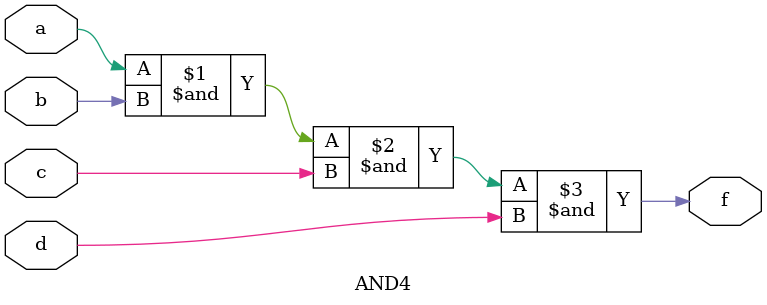
<source format=v>

module AND2 (a, b, f);
	input a;
	input b;
	output f;

        // Dataflow verilog style.
	assign f = (a & b);
endmodule

// 2-input OR
module OR2 (a, b, f);
	input a;
	input b;
	output f;

        // Dataflow verilog style.
	assign f = (a | b);
endmodule

// 2-input NAND
module NAND2 (a, b, f);
	input a;
	input b;
	output f;

        // Dataflow verilog style.
	assign f = ~(a & b);
endmodule

// 2-input NOR
module NOR2 (a, b, f);
	input a;
	input b;
	output f;

        // Dataflow verilog style.
	assign f = ~(a | b);
endmodule

// inverter (NOT gate)
module INV (a, f);
	input a;
	output f;

        // Dataflow verilog style.
	assign f = ~a;
endmodule

// 3-input NOR
module NOR3 (a, b, c, f);
	input a;
	input b;
	input c;
	output f;
	
	//Dataflow verilog style.
	assign f = ~(a | b | c);
endmodule

// 3-input NAND
module NAND3 (a, b, c, f);
	input a;
	input b;
	input c;
	output f;
	
	//Dataflow verilog style.
	assign f = ~(a & b & c);
endmodule

// 3-input OR
module OR3 (a, b, c, f);
	input a;
	input b;
	input c;
	output f;
	
	//Dataflow verilog style.
	assign f = (a | b | c);
endmodule

// 3-input AND
module AND3 (a, b, c, f);
	input a;
	input b;
	input c;
	output f;
	
	//Dataflow verilog style.
	assign f = (a & b & c);
endmodule

// 4-input OR
module OR4 (a, b, c, d, f);
	input a;
	input b;
	input c;
	input d;
	output f;
	
	//Dataflow verilog style.
	assign f = (a | b | c | d);
endmodule

// 4-input AND
module AND4 (a, b, c, d, f);
	input a;
	input b;
	input c;
	input d;
	output f;
	
	//Dataflow verilog style.
	assign f = (a & b & c & d);
endmodule

</source>
